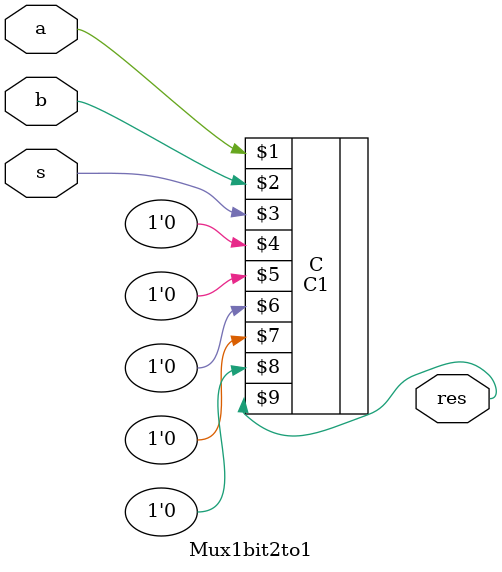
<source format=v>
module Mux1bit2to1 (input a, b, s, output res);
    C1 C (a, b, s, 1'b0, 1'b0, 1'b0, 1'b0, 1'b0, res);
endmodule
</source>
